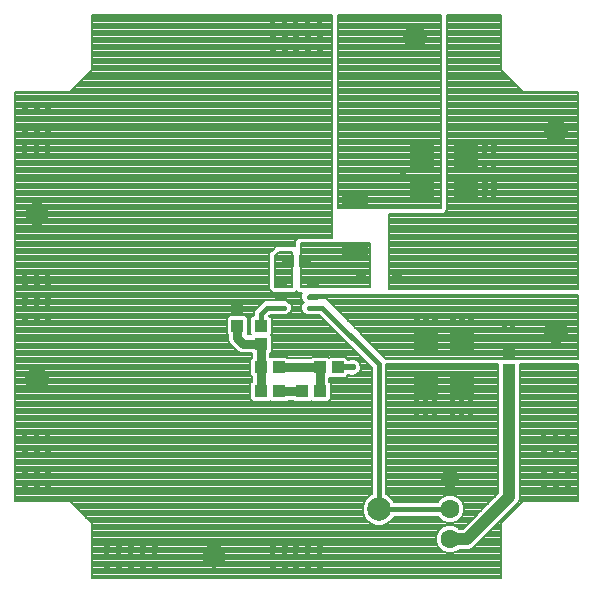
<source format=gtl>
G75*
G70*
%OFA0B0*%
%FSLAX24Y24*%
%IPPOS*%
%LPD*%
%AMOC8*
5,1,8,0,0,1.08239X$1,22.5*
%
%ADD10R,0.0394X0.0394*%
%ADD11R,0.0335X0.0472*%
%ADD12R,0.0866X0.0394*%
%ADD13R,0.0787X0.0787*%
%ADD14C,0.0787*%
%ADD15C,0.0630*%
%ADD16C,0.0177*%
%ADD17C,0.0079*%
%ADD18C,0.0236*%
%ADD19C,0.0315*%
%ADD20C,0.0197*%
%ADD21C,0.0394*%
D10*
X008661Y006693D03*
X009252Y006693D03*
X010039Y006693D03*
X010630Y006693D03*
X010630Y007480D03*
X011220Y007480D03*
X009252Y007480D03*
X008661Y007480D03*
X008661Y008268D03*
X008661Y008858D03*
X007874Y008858D03*
X007874Y009449D03*
X009547Y011024D03*
X010138Y011024D03*
X016929Y007972D03*
X016929Y007382D03*
D11*
X013199Y010531D03*
X011998Y010531D03*
D12*
X011811Y011358D03*
X011811Y013051D03*
D13*
X014035Y013386D03*
X014035Y014567D03*
X015492Y014567D03*
X015492Y013386D03*
X015354Y008406D03*
X014173Y008406D03*
X014173Y006949D03*
X015354Y006949D03*
D14*
X018504Y008661D03*
X012598Y002756D03*
X007087Y001181D03*
X001181Y007087D03*
X001181Y012598D03*
X013780Y018504D03*
X018504Y015354D03*
D15*
X014961Y003756D03*
X014961Y002756D03*
X014961Y001756D03*
D16*
X014961Y002756D02*
X012598Y002756D01*
X012598Y007579D01*
X010709Y009469D01*
X010374Y009469D01*
X010246Y009469D02*
X010502Y009469D01*
X010502Y009469D01*
X010246Y009469D01*
X010246Y009469D01*
X010246Y009843D02*
X010502Y009843D01*
X010502Y009843D01*
X010246Y009843D01*
X010246Y009843D01*
X010246Y010217D02*
X010502Y010217D01*
X010502Y010217D01*
X010246Y010217D01*
X010246Y010217D01*
X009439Y010217D02*
X009183Y010217D01*
X009183Y010217D01*
X009439Y010217D01*
X009439Y010217D01*
X009439Y009843D02*
X009183Y009843D01*
X009183Y009843D01*
X009439Y009843D01*
X009439Y009843D01*
X009439Y009469D02*
X009183Y009469D01*
X009183Y009469D01*
X009439Y009469D01*
X009439Y009469D01*
X009311Y009469D02*
X008859Y009469D01*
X008661Y009271D01*
X008661Y008858D01*
D17*
X012055Y002628D02*
X002690Y002628D01*
X002613Y002705D02*
X012047Y002705D01*
X012047Y002646D02*
X012047Y002866D01*
X012131Y003068D01*
X012286Y003223D01*
X012352Y003251D01*
X012352Y007477D01*
X010607Y009222D01*
X010551Y009222D01*
X010197Y009222D01*
X010107Y009260D01*
X010037Y009329D01*
X010000Y009420D01*
X010000Y009517D01*
X010037Y009608D01*
X010085Y009655D01*
X010037Y009703D01*
X010000Y009794D01*
X010000Y009891D01*
X010033Y009970D01*
X009899Y009970D01*
X009843Y010027D01*
X009786Y009970D01*
X009623Y009970D01*
X009052Y009970D01*
X008937Y010086D01*
X008937Y010249D01*
X008937Y010265D01*
X008937Y011282D01*
X009052Y011398D01*
X009052Y011398D01*
X009055Y011400D01*
X009055Y011400D01*
X009170Y011516D01*
X009783Y011516D01*
X009783Y011533D01*
X009783Y011696D01*
X009899Y011811D01*
X011024Y011811D01*
X011024Y012762D01*
X011024Y012877D01*
X011024Y019213D01*
X003031Y019213D01*
X003031Y017562D01*
X003031Y017399D01*
X002402Y016769D01*
X002286Y016654D01*
X000472Y016654D01*
X000472Y003031D01*
X002286Y003031D01*
X002402Y002916D01*
X003031Y002286D01*
X003031Y002123D01*
X003031Y000472D01*
X016654Y000472D01*
X016654Y002123D01*
X016654Y002286D01*
X017283Y002916D01*
X017399Y003031D01*
X019213Y003031D01*
X019213Y007579D01*
X017283Y007579D01*
X017283Y007120D01*
X017283Y003079D01*
X017229Y002949D01*
X017130Y002849D01*
X015736Y001456D01*
X015606Y001402D01*
X015465Y001402D01*
X015274Y001402D01*
X015228Y001355D01*
X015055Y001283D01*
X014867Y001283D01*
X014693Y001355D01*
X014560Y001488D01*
X014488Y001662D01*
X014488Y001850D01*
X014560Y002024D01*
X014693Y002156D01*
X014867Y002228D01*
X015055Y002228D01*
X015228Y002156D01*
X015274Y002110D01*
X015389Y002110D01*
X016575Y003296D01*
X016575Y007120D01*
X016575Y007579D01*
X012926Y007579D01*
X012844Y007579D01*
X012844Y003251D01*
X012911Y003223D01*
X013066Y003068D01*
X013093Y003002D01*
X014551Y003002D01*
X014560Y003024D01*
X014693Y003156D01*
X014867Y003228D01*
X015055Y003228D01*
X015228Y003156D01*
X015361Y003024D01*
X015433Y002850D01*
X015433Y002662D01*
X015361Y002488D01*
X015228Y002355D01*
X015055Y002283D01*
X014867Y002283D01*
X014693Y002355D01*
X014560Y002488D01*
X014551Y002510D01*
X013093Y002510D01*
X013066Y002444D01*
X012911Y002289D01*
X012708Y002205D01*
X012489Y002205D01*
X012286Y002289D01*
X012131Y002444D01*
X012047Y002646D01*
X012087Y002550D02*
X002767Y002550D01*
X002845Y002473D02*
X012119Y002473D01*
X012179Y002396D02*
X002922Y002396D01*
X002999Y002319D02*
X012256Y002319D01*
X012401Y002241D02*
X003031Y002241D01*
X003031Y002164D02*
X014711Y002164D01*
X014623Y002087D02*
X003031Y002087D01*
X003031Y002009D02*
X014554Y002009D01*
X014522Y001932D02*
X003031Y001932D01*
X003031Y001855D02*
X014490Y001855D01*
X014488Y001778D02*
X003031Y001778D01*
X003031Y001700D02*
X014488Y001700D01*
X014504Y001623D02*
X003031Y001623D01*
X003031Y001546D02*
X014536Y001546D01*
X014580Y001468D02*
X003031Y001468D01*
X003031Y001391D02*
X014657Y001391D01*
X014793Y001314D02*
X003031Y001314D01*
X003031Y001237D02*
X016654Y001237D01*
X016654Y001314D02*
X015128Y001314D01*
X015264Y001391D02*
X016654Y001391D01*
X016654Y001468D02*
X015749Y001468D01*
X015826Y001546D02*
X016654Y001546D01*
X016654Y001623D02*
X015904Y001623D01*
X015981Y001700D02*
X016654Y001700D01*
X016654Y001778D02*
X016058Y001778D01*
X016135Y001855D02*
X016654Y001855D01*
X016654Y001932D02*
X016213Y001932D01*
X016290Y002009D02*
X016654Y002009D01*
X016654Y002087D02*
X016367Y002087D01*
X016445Y002164D02*
X016654Y002164D01*
X016654Y002241D02*
X016522Y002241D01*
X016599Y002319D02*
X016686Y002319D01*
X016676Y002396D02*
X016763Y002396D01*
X016754Y002473D02*
X016840Y002473D01*
X016831Y002550D02*
X016918Y002550D01*
X016908Y002628D02*
X016995Y002628D01*
X016986Y002705D02*
X017072Y002705D01*
X017063Y002782D02*
X017149Y002782D01*
X017140Y002859D02*
X017227Y002859D01*
X017217Y002937D02*
X017304Y002937D01*
X017256Y003014D02*
X017381Y003014D01*
X017283Y003091D02*
X019213Y003091D01*
X019213Y003169D02*
X017283Y003169D01*
X017283Y003246D02*
X019213Y003246D01*
X019213Y003323D02*
X017283Y003323D01*
X017283Y003400D02*
X019213Y003400D01*
X019213Y003478D02*
X017283Y003478D01*
X017283Y003555D02*
X019213Y003555D01*
X019213Y003632D02*
X017283Y003632D01*
X017283Y003710D02*
X019213Y003710D01*
X019213Y003787D02*
X017283Y003787D01*
X017283Y003864D02*
X019213Y003864D01*
X019213Y003941D02*
X017283Y003941D01*
X017283Y004019D02*
X019213Y004019D01*
X019213Y004096D02*
X017283Y004096D01*
X017283Y004173D02*
X019213Y004173D01*
X019213Y004251D02*
X017283Y004251D01*
X017283Y004328D02*
X019213Y004328D01*
X019213Y004405D02*
X017283Y004405D01*
X017283Y004482D02*
X019213Y004482D01*
X019213Y004560D02*
X017283Y004560D01*
X017283Y004637D02*
X019213Y004637D01*
X019213Y004714D02*
X017283Y004714D01*
X017283Y004792D02*
X019213Y004792D01*
X019213Y004869D02*
X017283Y004869D01*
X017283Y004946D02*
X019213Y004946D01*
X019213Y005023D02*
X017283Y005023D01*
X017283Y005101D02*
X019213Y005101D01*
X019213Y005178D02*
X017283Y005178D01*
X017283Y005255D02*
X019213Y005255D01*
X019213Y005333D02*
X017283Y005333D01*
X017283Y005410D02*
X019213Y005410D01*
X019213Y005487D02*
X017283Y005487D01*
X017283Y005564D02*
X019213Y005564D01*
X019213Y005642D02*
X017283Y005642D01*
X017283Y005719D02*
X019213Y005719D01*
X019213Y005796D02*
X017283Y005796D01*
X017283Y005874D02*
X019213Y005874D01*
X019213Y005951D02*
X017283Y005951D01*
X017283Y006028D02*
X019213Y006028D01*
X019213Y006105D02*
X017283Y006105D01*
X017283Y006183D02*
X019213Y006183D01*
X019213Y006260D02*
X017283Y006260D01*
X017283Y006337D02*
X019213Y006337D01*
X019213Y006415D02*
X017283Y006415D01*
X017283Y006492D02*
X019213Y006492D01*
X019213Y006569D02*
X017283Y006569D01*
X017283Y006646D02*
X019213Y006646D01*
X019213Y006724D02*
X017283Y006724D01*
X017283Y006801D02*
X019213Y006801D01*
X019213Y006878D02*
X017283Y006878D01*
X017283Y006956D02*
X019213Y006956D01*
X019213Y007033D02*
X017283Y007033D01*
X017283Y007110D02*
X019213Y007110D01*
X019213Y007187D02*
X017283Y007187D01*
X017283Y007265D02*
X019213Y007265D01*
X019213Y007342D02*
X017283Y007342D01*
X017283Y007419D02*
X019213Y007419D01*
X019213Y007496D02*
X017283Y007496D01*
X017283Y007574D02*
X019213Y007574D01*
X019213Y007776D02*
X012844Y007776D01*
X010827Y009793D01*
X010256Y009793D01*
X010256Y009892D01*
X019213Y009892D01*
X019213Y007776D01*
X019213Y007806D02*
X012814Y007806D01*
X012737Y007883D02*
X019213Y007883D01*
X019213Y007960D02*
X012660Y007960D01*
X012583Y008037D02*
X019213Y008037D01*
X019213Y008115D02*
X012505Y008115D01*
X012428Y008192D02*
X019213Y008192D01*
X019213Y008269D02*
X012351Y008269D01*
X012273Y008347D02*
X019213Y008347D01*
X019213Y008424D02*
X012196Y008424D01*
X012119Y008501D02*
X019213Y008501D01*
X019213Y008578D02*
X012042Y008578D01*
X011964Y008656D02*
X019213Y008656D01*
X019213Y008733D02*
X011887Y008733D01*
X011810Y008810D02*
X019213Y008810D01*
X019213Y008888D02*
X011732Y008888D01*
X011655Y008965D02*
X019213Y008965D01*
X019213Y009042D02*
X011578Y009042D01*
X011501Y009119D02*
X019213Y009119D01*
X019213Y009197D02*
X011423Y009197D01*
X011346Y009274D02*
X019213Y009274D01*
X019213Y009351D02*
X011269Y009351D01*
X011191Y009429D02*
X019213Y009429D01*
X019213Y009506D02*
X011114Y009506D01*
X011037Y009583D02*
X019213Y009583D01*
X019213Y009660D02*
X010960Y009660D01*
X010882Y009738D02*
X019213Y009738D01*
X019213Y009815D02*
X010256Y009815D01*
X010080Y009660D02*
X009595Y009660D01*
X009578Y009677D02*
X009488Y009715D01*
X009134Y009715D01*
X008810Y009715D01*
X008720Y009677D01*
X008651Y009608D01*
X008453Y009410D01*
X008415Y009320D01*
X008415Y009222D01*
X008415Y009213D01*
X008399Y009213D01*
X008307Y009120D01*
X008307Y008596D01*
X008321Y008583D01*
X008215Y008583D01*
X008228Y008596D01*
X008228Y009120D01*
X008136Y009213D01*
X007612Y009213D01*
X007520Y009120D01*
X007520Y008596D01*
X007559Y008557D01*
X007559Y008402D01*
X007607Y008286D01*
X007696Y008198D01*
X007892Y008001D01*
X008008Y007953D01*
X008134Y007953D01*
X008346Y007953D01*
X008346Y007782D01*
X008307Y007742D01*
X008307Y007218D01*
X008346Y007179D01*
X008346Y006994D01*
X008307Y006955D01*
X008307Y006431D01*
X008399Y006339D01*
X008923Y006339D01*
X008957Y006372D01*
X008990Y006339D01*
X009514Y006339D01*
X009553Y006378D01*
X009738Y006378D01*
X009777Y006339D01*
X010301Y006339D01*
X010335Y006372D01*
X010368Y006339D01*
X010892Y006339D01*
X010984Y006431D01*
X010984Y006955D01*
X010945Y006994D01*
X010945Y007140D01*
X010958Y007126D01*
X011483Y007126D01*
X011575Y007218D01*
X011575Y007224D01*
X011610Y007224D01*
X011658Y007205D01*
X011767Y007205D01*
X011869Y007247D01*
X011946Y007324D01*
X011988Y007425D01*
X011988Y007535D01*
X011946Y007636D01*
X011869Y007714D01*
X011767Y007756D01*
X011658Y007756D01*
X011610Y007736D01*
X011575Y007736D01*
X011575Y007742D01*
X011483Y007835D01*
X010958Y007835D01*
X010925Y007801D01*
X010892Y007835D01*
X010368Y007835D01*
X010329Y007795D01*
X009553Y007795D01*
X009514Y007835D01*
X008990Y007835D01*
X008976Y007821D01*
X008976Y007966D01*
X009016Y008006D01*
X009016Y008530D01*
X008982Y008563D01*
X009016Y008596D01*
X009016Y009120D01*
X008937Y009199D01*
X008961Y009222D01*
X009134Y009222D01*
X009488Y009222D01*
X009578Y009260D01*
X009648Y009329D01*
X009685Y009420D01*
X009685Y009517D01*
X009648Y009608D01*
X009578Y009677D01*
X009658Y009583D02*
X010027Y009583D01*
X010000Y009506D02*
X009685Y009506D01*
X009685Y009429D02*
X010000Y009429D01*
X010028Y009351D02*
X009657Y009351D01*
X009592Y009274D02*
X010093Y009274D01*
X010632Y009197D02*
X008939Y009197D01*
X009016Y009119D02*
X010710Y009119D01*
X010787Y009042D02*
X009016Y009042D01*
X009016Y008965D02*
X010864Y008965D01*
X010942Y008888D02*
X009016Y008888D01*
X009016Y008810D02*
X011019Y008810D01*
X011096Y008733D02*
X009016Y008733D01*
X009016Y008656D02*
X011173Y008656D01*
X011251Y008578D02*
X008998Y008578D01*
X009016Y008501D02*
X011328Y008501D01*
X011405Y008424D02*
X009016Y008424D01*
X009016Y008347D02*
X011483Y008347D01*
X011560Y008269D02*
X009016Y008269D01*
X009016Y008192D02*
X011637Y008192D01*
X011714Y008115D02*
X009016Y008115D01*
X009016Y008037D02*
X011792Y008037D01*
X011869Y007960D02*
X008976Y007960D01*
X008976Y007883D02*
X011946Y007883D01*
X012024Y007806D02*
X011511Y007806D01*
X011834Y007728D02*
X012101Y007728D01*
X012178Y007651D02*
X011932Y007651D01*
X011972Y007574D02*
X012255Y007574D01*
X012333Y007496D02*
X011988Y007496D01*
X011986Y007419D02*
X012352Y007419D01*
X012352Y007342D02*
X011954Y007342D01*
X011887Y007265D02*
X012352Y007265D01*
X012352Y007187D02*
X011544Y007187D01*
X010945Y007110D02*
X012352Y007110D01*
X012352Y007033D02*
X010945Y007033D01*
X010984Y006956D02*
X012352Y006956D01*
X012352Y006878D02*
X010984Y006878D01*
X010984Y006801D02*
X012352Y006801D01*
X012352Y006724D02*
X010984Y006724D01*
X010984Y006646D02*
X012352Y006646D01*
X012352Y006569D02*
X010984Y006569D01*
X010984Y006492D02*
X012352Y006492D01*
X012352Y006415D02*
X010968Y006415D01*
X012352Y006337D02*
X000472Y006337D01*
X000472Y006260D02*
X012352Y006260D01*
X012352Y006183D02*
X000472Y006183D01*
X000472Y006105D02*
X012352Y006105D01*
X012352Y006028D02*
X000472Y006028D01*
X000472Y005951D02*
X012352Y005951D01*
X012352Y005874D02*
X000472Y005874D01*
X000472Y005796D02*
X012352Y005796D01*
X012352Y005719D02*
X000472Y005719D01*
X000472Y005642D02*
X012352Y005642D01*
X012352Y005564D02*
X000472Y005564D01*
X000472Y005487D02*
X012352Y005487D01*
X012352Y005410D02*
X000472Y005410D01*
X000472Y005333D02*
X012352Y005333D01*
X012352Y005255D02*
X000472Y005255D01*
X000472Y005178D02*
X012352Y005178D01*
X012352Y005101D02*
X000472Y005101D01*
X000472Y005023D02*
X012352Y005023D01*
X012352Y004946D02*
X000472Y004946D01*
X000472Y004869D02*
X012352Y004869D01*
X012352Y004792D02*
X000472Y004792D01*
X000472Y004714D02*
X012352Y004714D01*
X012352Y004637D02*
X000472Y004637D01*
X000472Y004560D02*
X012352Y004560D01*
X012352Y004482D02*
X000472Y004482D01*
X000472Y004405D02*
X012352Y004405D01*
X012352Y004328D02*
X000472Y004328D01*
X000472Y004251D02*
X012352Y004251D01*
X012352Y004173D02*
X000472Y004173D01*
X000472Y004096D02*
X012352Y004096D01*
X012352Y004019D02*
X000472Y004019D01*
X000472Y003941D02*
X012352Y003941D01*
X012352Y003864D02*
X000472Y003864D01*
X000472Y003787D02*
X012352Y003787D01*
X012352Y003710D02*
X000472Y003710D01*
X000472Y003632D02*
X012352Y003632D01*
X012352Y003555D02*
X000472Y003555D01*
X000472Y003478D02*
X012352Y003478D01*
X012352Y003400D02*
X000472Y003400D01*
X000472Y003323D02*
X012352Y003323D01*
X012341Y003246D02*
X000472Y003246D01*
X000472Y003169D02*
X012232Y003169D01*
X012154Y003091D02*
X000472Y003091D01*
X002304Y003014D02*
X012109Y003014D01*
X012077Y002937D02*
X002381Y002937D01*
X002458Y002859D02*
X012047Y002859D01*
X012047Y002782D02*
X002536Y002782D01*
X003031Y001159D02*
X016654Y001159D01*
X016654Y001082D02*
X003031Y001082D01*
X003031Y001005D02*
X016654Y001005D01*
X016654Y000927D02*
X003031Y000927D01*
X003031Y000850D02*
X016654Y000850D01*
X016654Y000773D02*
X003031Y000773D01*
X003031Y000696D02*
X016654Y000696D01*
X016654Y000618D02*
X003031Y000618D01*
X003031Y000541D02*
X016654Y000541D01*
X015442Y002164D02*
X015210Y002164D01*
X015139Y002319D02*
X015597Y002319D01*
X015674Y002396D02*
X015269Y002396D01*
X015346Y002473D02*
X015751Y002473D01*
X015829Y002550D02*
X015387Y002550D01*
X015419Y002628D02*
X015906Y002628D01*
X015983Y002705D02*
X015433Y002705D01*
X015433Y002782D02*
X016061Y002782D01*
X016138Y002859D02*
X015429Y002859D01*
X015397Y002937D02*
X016215Y002937D01*
X016292Y003014D02*
X015365Y003014D01*
X015293Y003091D02*
X016370Y003091D01*
X016447Y003169D02*
X015199Y003169D01*
X014723Y003169D02*
X012965Y003169D01*
X013042Y003091D02*
X014628Y003091D01*
X014556Y003014D02*
X013088Y003014D01*
X012856Y003246D02*
X016524Y003246D01*
X016575Y003323D02*
X012844Y003323D01*
X012844Y003400D02*
X016575Y003400D01*
X016575Y003478D02*
X012844Y003478D01*
X012844Y003555D02*
X016575Y003555D01*
X016575Y003632D02*
X012844Y003632D01*
X012844Y003710D02*
X016575Y003710D01*
X016575Y003787D02*
X012844Y003787D01*
X012844Y003864D02*
X016575Y003864D01*
X016575Y003941D02*
X012844Y003941D01*
X012844Y004019D02*
X016575Y004019D01*
X016575Y004096D02*
X012844Y004096D01*
X012844Y004173D02*
X016575Y004173D01*
X016575Y004251D02*
X012844Y004251D01*
X012844Y004328D02*
X016575Y004328D01*
X016575Y004405D02*
X012844Y004405D01*
X012844Y004482D02*
X016575Y004482D01*
X016575Y004560D02*
X012844Y004560D01*
X012844Y004637D02*
X016575Y004637D01*
X016575Y004714D02*
X012844Y004714D01*
X012844Y004792D02*
X016575Y004792D01*
X016575Y004869D02*
X012844Y004869D01*
X012844Y004946D02*
X016575Y004946D01*
X016575Y005023D02*
X012844Y005023D01*
X012844Y005101D02*
X016575Y005101D01*
X016575Y005178D02*
X012844Y005178D01*
X012844Y005255D02*
X016575Y005255D01*
X016575Y005333D02*
X012844Y005333D01*
X012844Y005410D02*
X016575Y005410D01*
X016575Y005487D02*
X012844Y005487D01*
X012844Y005564D02*
X016575Y005564D01*
X016575Y005642D02*
X012844Y005642D01*
X012844Y005719D02*
X016575Y005719D01*
X016575Y005796D02*
X012844Y005796D01*
X012844Y005874D02*
X016575Y005874D01*
X016575Y005951D02*
X012844Y005951D01*
X012844Y006028D02*
X016575Y006028D01*
X016575Y006105D02*
X012844Y006105D01*
X012844Y006183D02*
X016575Y006183D01*
X016575Y006260D02*
X012844Y006260D01*
X012844Y006337D02*
X016575Y006337D01*
X016575Y006415D02*
X012844Y006415D01*
X012844Y006492D02*
X016575Y006492D01*
X016575Y006569D02*
X012844Y006569D01*
X012844Y006646D02*
X016575Y006646D01*
X016575Y006724D02*
X012844Y006724D01*
X012844Y006801D02*
X016575Y006801D01*
X016575Y006878D02*
X012844Y006878D01*
X012844Y006956D02*
X016575Y006956D01*
X016575Y007033D02*
X012844Y007033D01*
X012844Y007110D02*
X016575Y007110D01*
X016575Y007187D02*
X012844Y007187D01*
X012844Y007265D02*
X016575Y007265D01*
X016575Y007342D02*
X012844Y007342D01*
X012844Y007419D02*
X016575Y007419D01*
X016575Y007496D02*
X012844Y007496D01*
X012844Y007574D02*
X016575Y007574D01*
X019213Y010089D02*
X012913Y010089D01*
X012913Y012598D01*
X014747Y012598D01*
X014862Y012714D01*
X014862Y012877D01*
X014862Y019213D01*
X016654Y019213D01*
X016654Y017562D01*
X016654Y017399D01*
X017283Y016769D01*
X017399Y016654D01*
X019213Y016654D01*
X019213Y010089D01*
X019213Y010124D02*
X012913Y010124D01*
X012913Y010201D02*
X019213Y010201D01*
X019213Y010279D02*
X012913Y010279D01*
X012913Y010356D02*
X019213Y010356D01*
X019213Y010433D02*
X012913Y010433D01*
X012913Y010511D02*
X019213Y010511D01*
X019213Y010588D02*
X012913Y010588D01*
X012913Y010665D02*
X019213Y010665D01*
X019213Y010742D02*
X012913Y010742D01*
X012913Y010820D02*
X019213Y010820D01*
X019213Y010897D02*
X012913Y010897D01*
X012913Y010974D02*
X019213Y010974D01*
X019213Y011052D02*
X012913Y011052D01*
X012913Y011129D02*
X019213Y011129D01*
X019213Y011206D02*
X012913Y011206D01*
X012913Y011283D02*
X019213Y011283D01*
X019213Y011361D02*
X012913Y011361D01*
X012913Y011438D02*
X019213Y011438D01*
X019213Y011515D02*
X012913Y011515D01*
X012913Y011593D02*
X019213Y011593D01*
X019213Y011670D02*
X012913Y011670D01*
X012913Y011747D02*
X019213Y011747D01*
X019213Y011824D02*
X012913Y011824D01*
X012913Y011902D02*
X019213Y011902D01*
X019213Y011979D02*
X012913Y011979D01*
X012913Y012056D02*
X019213Y012056D01*
X019213Y012134D02*
X012913Y012134D01*
X012913Y012211D02*
X019213Y012211D01*
X019213Y012288D02*
X012913Y012288D01*
X012913Y012365D02*
X019213Y012365D01*
X019213Y012443D02*
X012913Y012443D01*
X012913Y012520D02*
X019213Y012520D01*
X019213Y012597D02*
X012913Y012597D01*
X012303Y011614D02*
X012303Y010167D01*
X009980Y010167D01*
X009980Y011614D01*
X012303Y011614D01*
X012303Y011593D02*
X009980Y011593D01*
X009980Y011515D02*
X012303Y011515D01*
X012303Y011438D02*
X009980Y011438D01*
X009980Y011361D02*
X012303Y011361D01*
X012303Y011283D02*
X009980Y011283D01*
X009980Y011206D02*
X012303Y011206D01*
X012303Y011129D02*
X009980Y011129D01*
X009980Y011052D02*
X012303Y011052D01*
X012303Y010974D02*
X009980Y010974D01*
X009980Y010897D02*
X012303Y010897D01*
X012303Y010820D02*
X009980Y010820D01*
X009980Y010742D02*
X012303Y010742D01*
X012303Y010665D02*
X009980Y010665D01*
X009980Y010588D02*
X012303Y010588D01*
X012303Y010511D02*
X009980Y010511D01*
X009980Y010433D02*
X012303Y010433D01*
X012303Y010356D02*
X009980Y010356D01*
X009980Y010279D02*
X012303Y010279D01*
X012303Y010201D02*
X009980Y010201D01*
X010032Y009970D02*
X000472Y009970D01*
X000472Y010047D02*
X008976Y010047D01*
X008937Y010124D02*
X000472Y010124D01*
X000472Y010201D02*
X008937Y010201D01*
X008937Y010279D02*
X000472Y010279D01*
X000472Y010356D02*
X008937Y010356D01*
X008937Y010433D02*
X000472Y010433D01*
X000472Y010511D02*
X008937Y010511D01*
X008937Y010588D02*
X000472Y010588D01*
X000472Y010665D02*
X008937Y010665D01*
X008937Y010742D02*
X000472Y010742D01*
X000472Y010820D02*
X008937Y010820D01*
X008937Y010897D02*
X000472Y010897D01*
X000472Y010974D02*
X008937Y010974D01*
X008937Y011052D02*
X000472Y011052D01*
X000472Y011129D02*
X008937Y011129D01*
X008937Y011206D02*
X000472Y011206D01*
X000472Y011283D02*
X008938Y011283D01*
X009015Y011361D02*
X000472Y011361D01*
X000472Y011438D02*
X009093Y011438D01*
X009170Y011515D02*
X000472Y011515D01*
X000472Y011593D02*
X009783Y011593D01*
X009783Y011670D02*
X000472Y011670D01*
X000472Y011747D02*
X009835Y011747D01*
X009705Y011319D02*
X009252Y011319D01*
X009134Y011201D01*
X009134Y010167D01*
X009705Y010167D01*
X009705Y011319D01*
X009705Y011283D02*
X009216Y011283D01*
X009139Y011206D02*
X009705Y011206D01*
X009705Y011129D02*
X009134Y011129D01*
X009134Y011052D02*
X009705Y011052D01*
X009705Y010974D02*
X009134Y010974D01*
X009134Y010897D02*
X009705Y010897D01*
X009705Y010820D02*
X009134Y010820D01*
X009134Y010742D02*
X009705Y010742D01*
X009705Y010665D02*
X009134Y010665D01*
X009134Y010588D02*
X009705Y010588D01*
X009705Y010511D02*
X009134Y010511D01*
X009134Y010433D02*
X009705Y010433D01*
X009705Y010356D02*
X009134Y010356D01*
X009134Y010279D02*
X009705Y010279D01*
X009705Y010201D02*
X009134Y010201D01*
X008703Y009660D02*
X000472Y009660D01*
X000472Y009583D02*
X008626Y009583D01*
X008549Y009506D02*
X000472Y009506D01*
X000472Y009429D02*
X008471Y009429D01*
X008428Y009351D02*
X000472Y009351D01*
X000472Y009274D02*
X008415Y009274D01*
X008384Y009197D02*
X008152Y009197D01*
X008228Y009119D02*
X008307Y009119D01*
X008307Y009042D02*
X008228Y009042D01*
X008228Y008965D02*
X008307Y008965D01*
X008307Y008888D02*
X008228Y008888D01*
X008228Y008810D02*
X008307Y008810D01*
X008307Y008733D02*
X008228Y008733D01*
X008228Y008656D02*
X008307Y008656D01*
X007778Y008115D02*
X000472Y008115D01*
X000472Y008192D02*
X007701Y008192D01*
X007624Y008269D02*
X000472Y008269D01*
X000472Y008347D02*
X007582Y008347D01*
X007559Y008424D02*
X000472Y008424D01*
X000472Y008501D02*
X007559Y008501D01*
X007537Y008578D02*
X000472Y008578D01*
X000472Y008656D02*
X007520Y008656D01*
X007520Y008733D02*
X000472Y008733D01*
X000472Y008810D02*
X007520Y008810D01*
X007520Y008888D02*
X000472Y008888D01*
X000472Y008965D02*
X007520Y008965D01*
X007520Y009042D02*
X000472Y009042D01*
X000472Y009119D02*
X007520Y009119D01*
X007596Y009197D02*
X000472Y009197D01*
X000472Y009738D02*
X010023Y009738D01*
X010000Y009815D02*
X000472Y009815D01*
X000472Y009892D02*
X010000Y009892D01*
X011024Y011824D02*
X000472Y011824D01*
X000472Y011902D02*
X011024Y011902D01*
X011024Y011979D02*
X000472Y011979D01*
X000472Y012056D02*
X011024Y012056D01*
X011024Y012134D02*
X000472Y012134D01*
X000472Y012211D02*
X011024Y012211D01*
X011024Y012288D02*
X000472Y012288D01*
X000472Y012365D02*
X011024Y012365D01*
X011024Y012443D02*
X000472Y012443D01*
X000472Y012520D02*
X011024Y012520D01*
X011024Y012597D02*
X000472Y012597D01*
X000472Y012674D02*
X011024Y012674D01*
X011024Y012752D02*
X000472Y012752D01*
X000472Y012829D02*
X011024Y012829D01*
X011024Y012906D02*
X000472Y012906D01*
X000472Y012984D02*
X011024Y012984D01*
X011024Y013061D02*
X000472Y013061D01*
X000472Y013138D02*
X011024Y013138D01*
X011024Y013215D02*
X000472Y013215D01*
X000472Y013293D02*
X011024Y013293D01*
X011024Y013370D02*
X000472Y013370D01*
X000472Y013447D02*
X011024Y013447D01*
X011024Y013525D02*
X000472Y013525D01*
X000472Y013602D02*
X011024Y013602D01*
X011024Y013679D02*
X000472Y013679D01*
X000472Y013756D02*
X011024Y013756D01*
X011024Y013834D02*
X000472Y013834D01*
X000472Y013911D02*
X011024Y013911D01*
X011024Y013988D02*
X000472Y013988D01*
X000472Y014066D02*
X011024Y014066D01*
X011024Y014143D02*
X000472Y014143D01*
X000472Y014220D02*
X011024Y014220D01*
X011024Y014297D02*
X000472Y014297D01*
X000472Y014375D02*
X011024Y014375D01*
X011024Y014452D02*
X000472Y014452D01*
X000472Y014529D02*
X011024Y014529D01*
X011024Y014607D02*
X000472Y014607D01*
X000472Y014684D02*
X011024Y014684D01*
X011024Y014761D02*
X000472Y014761D01*
X000472Y014838D02*
X011024Y014838D01*
X011024Y014916D02*
X000472Y014916D01*
X000472Y014993D02*
X011024Y014993D01*
X011024Y015070D02*
X000472Y015070D01*
X000472Y015148D02*
X011024Y015148D01*
X011024Y015225D02*
X000472Y015225D01*
X000472Y015302D02*
X011024Y015302D01*
X011024Y015379D02*
X000472Y015379D01*
X000472Y015457D02*
X011024Y015457D01*
X011024Y015534D02*
X000472Y015534D01*
X000472Y015611D02*
X011024Y015611D01*
X011024Y015689D02*
X000472Y015689D01*
X000472Y015766D02*
X011024Y015766D01*
X011024Y015843D02*
X000472Y015843D01*
X000472Y015920D02*
X011024Y015920D01*
X011024Y015998D02*
X000472Y015998D01*
X000472Y016075D02*
X011024Y016075D01*
X011024Y016152D02*
X000472Y016152D01*
X000472Y016230D02*
X011024Y016230D01*
X011024Y016307D02*
X000472Y016307D01*
X000472Y016384D02*
X011024Y016384D01*
X011024Y016461D02*
X000472Y016461D01*
X000472Y016539D02*
X011024Y016539D01*
X011024Y016616D02*
X000472Y016616D01*
X002326Y016693D02*
X011024Y016693D01*
X011024Y016771D02*
X002403Y016771D01*
X002481Y016848D02*
X011024Y016848D01*
X011024Y016925D02*
X002558Y016925D01*
X002635Y017002D02*
X011024Y017002D01*
X011024Y017080D02*
X002712Y017080D01*
X002790Y017157D02*
X011024Y017157D01*
X011024Y017234D02*
X002867Y017234D01*
X002944Y017311D02*
X011024Y017311D01*
X011024Y017389D02*
X003021Y017389D01*
X003031Y017466D02*
X011024Y017466D01*
X011024Y017543D02*
X003031Y017543D01*
X003031Y017621D02*
X011024Y017621D01*
X011024Y017698D02*
X003031Y017698D01*
X003031Y017775D02*
X011024Y017775D01*
X011024Y017852D02*
X003031Y017852D01*
X003031Y017930D02*
X011024Y017930D01*
X011024Y018007D02*
X003031Y018007D01*
X003031Y018084D02*
X011024Y018084D01*
X011024Y018162D02*
X003031Y018162D01*
X003031Y018239D02*
X011024Y018239D01*
X011024Y018316D02*
X003031Y018316D01*
X003031Y018393D02*
X011024Y018393D01*
X011024Y018471D02*
X003031Y018471D01*
X003031Y018548D02*
X011024Y018548D01*
X011024Y018625D02*
X003031Y018625D01*
X003031Y018703D02*
X011024Y018703D01*
X011024Y018780D02*
X003031Y018780D01*
X003031Y018857D02*
X011024Y018857D01*
X011024Y018934D02*
X003031Y018934D01*
X003031Y019012D02*
X011024Y019012D01*
X011024Y019089D02*
X003031Y019089D01*
X003031Y019166D02*
X011024Y019166D01*
X011220Y019166D02*
X014665Y019166D01*
X014665Y019213D02*
X014665Y012795D01*
X011220Y012795D01*
X011220Y019213D01*
X014665Y019213D01*
X014665Y019089D02*
X011220Y019089D01*
X011220Y019012D02*
X014665Y019012D01*
X014665Y018934D02*
X011220Y018934D01*
X011220Y018857D02*
X014665Y018857D01*
X014665Y018780D02*
X011220Y018780D01*
X011220Y018703D02*
X014665Y018703D01*
X014665Y018625D02*
X011220Y018625D01*
X011220Y018548D02*
X014665Y018548D01*
X014665Y018471D02*
X011220Y018471D01*
X011220Y018393D02*
X014665Y018393D01*
X014665Y018316D02*
X011220Y018316D01*
X011220Y018239D02*
X014665Y018239D01*
X014665Y018162D02*
X011220Y018162D01*
X011220Y018084D02*
X014665Y018084D01*
X014665Y018007D02*
X011220Y018007D01*
X011220Y017930D02*
X014665Y017930D01*
X014665Y017852D02*
X011220Y017852D01*
X011220Y017775D02*
X014665Y017775D01*
X014665Y017698D02*
X011220Y017698D01*
X011220Y017621D02*
X014665Y017621D01*
X014665Y017543D02*
X011220Y017543D01*
X011220Y017466D02*
X014665Y017466D01*
X014665Y017389D02*
X011220Y017389D01*
X011220Y017311D02*
X014665Y017311D01*
X014665Y017234D02*
X011220Y017234D01*
X011220Y017157D02*
X014665Y017157D01*
X014665Y017080D02*
X011220Y017080D01*
X011220Y017002D02*
X014665Y017002D01*
X014665Y016925D02*
X011220Y016925D01*
X011220Y016848D02*
X014665Y016848D01*
X014665Y016771D02*
X011220Y016771D01*
X011220Y016693D02*
X014665Y016693D01*
X014665Y016616D02*
X011220Y016616D01*
X011220Y016539D02*
X014665Y016539D01*
X014665Y016461D02*
X011220Y016461D01*
X011220Y016384D02*
X014665Y016384D01*
X014665Y016307D02*
X011220Y016307D01*
X011220Y016230D02*
X014665Y016230D01*
X014665Y016152D02*
X011220Y016152D01*
X011220Y016075D02*
X014665Y016075D01*
X014665Y015998D02*
X011220Y015998D01*
X011220Y015920D02*
X014665Y015920D01*
X014665Y015843D02*
X011220Y015843D01*
X011220Y015766D02*
X014665Y015766D01*
X014665Y015689D02*
X011220Y015689D01*
X011220Y015611D02*
X014665Y015611D01*
X014665Y015534D02*
X011220Y015534D01*
X011220Y015457D02*
X014665Y015457D01*
X014665Y015379D02*
X011220Y015379D01*
X011220Y015302D02*
X014665Y015302D01*
X014665Y015225D02*
X011220Y015225D01*
X011220Y015148D02*
X014665Y015148D01*
X014665Y015070D02*
X011220Y015070D01*
X011220Y014993D02*
X014665Y014993D01*
X014665Y014916D02*
X011220Y014916D01*
X011220Y014838D02*
X014665Y014838D01*
X014665Y014761D02*
X011220Y014761D01*
X011220Y014684D02*
X014665Y014684D01*
X014665Y014607D02*
X011220Y014607D01*
X011220Y014529D02*
X014665Y014529D01*
X014665Y014452D02*
X011220Y014452D01*
X011220Y014375D02*
X014665Y014375D01*
X014665Y014297D02*
X011220Y014297D01*
X011220Y014220D02*
X014665Y014220D01*
X014665Y014143D02*
X011220Y014143D01*
X011220Y014066D02*
X014665Y014066D01*
X014665Y013988D02*
X011220Y013988D01*
X011220Y013911D02*
X014665Y013911D01*
X014665Y013834D02*
X011220Y013834D01*
X011220Y013756D02*
X014665Y013756D01*
X014665Y013679D02*
X011220Y013679D01*
X011220Y013602D02*
X014665Y013602D01*
X014665Y013525D02*
X011220Y013525D01*
X011220Y013447D02*
X014665Y013447D01*
X014665Y013370D02*
X011220Y013370D01*
X011220Y013293D02*
X014665Y013293D01*
X014665Y013215D02*
X011220Y013215D01*
X011220Y013138D02*
X014665Y013138D01*
X014665Y013061D02*
X011220Y013061D01*
X011220Y012984D02*
X014665Y012984D01*
X014665Y012906D02*
X011220Y012906D01*
X011220Y012829D02*
X014665Y012829D01*
X014862Y012829D02*
X019213Y012829D01*
X019213Y012752D02*
X014862Y012752D01*
X014823Y012674D02*
X019213Y012674D01*
X019213Y012906D02*
X014862Y012906D01*
X014862Y012984D02*
X019213Y012984D01*
X019213Y013061D02*
X014862Y013061D01*
X014862Y013138D02*
X019213Y013138D01*
X019213Y013215D02*
X014862Y013215D01*
X014862Y013293D02*
X019213Y013293D01*
X019213Y013370D02*
X014862Y013370D01*
X014862Y013447D02*
X019213Y013447D01*
X019213Y013525D02*
X014862Y013525D01*
X014862Y013602D02*
X019213Y013602D01*
X019213Y013679D02*
X014862Y013679D01*
X014862Y013756D02*
X019213Y013756D01*
X019213Y013834D02*
X014862Y013834D01*
X014862Y013911D02*
X019213Y013911D01*
X019213Y013988D02*
X014862Y013988D01*
X014862Y014066D02*
X019213Y014066D01*
X019213Y014143D02*
X014862Y014143D01*
X014862Y014220D02*
X019213Y014220D01*
X019213Y014297D02*
X014862Y014297D01*
X014862Y014375D02*
X019213Y014375D01*
X019213Y014452D02*
X014862Y014452D01*
X014862Y014529D02*
X019213Y014529D01*
X019213Y014607D02*
X014862Y014607D01*
X014862Y014684D02*
X019213Y014684D01*
X019213Y014761D02*
X014862Y014761D01*
X014862Y014838D02*
X019213Y014838D01*
X019213Y014916D02*
X014862Y014916D01*
X014862Y014993D02*
X019213Y014993D01*
X019213Y015070D02*
X014862Y015070D01*
X014862Y015148D02*
X019213Y015148D01*
X019213Y015225D02*
X014862Y015225D01*
X014862Y015302D02*
X019213Y015302D01*
X019213Y015379D02*
X014862Y015379D01*
X014862Y015457D02*
X019213Y015457D01*
X019213Y015534D02*
X014862Y015534D01*
X014862Y015611D02*
X019213Y015611D01*
X019213Y015689D02*
X014862Y015689D01*
X014862Y015766D02*
X019213Y015766D01*
X019213Y015843D02*
X014862Y015843D01*
X014862Y015920D02*
X019213Y015920D01*
X019213Y015998D02*
X014862Y015998D01*
X014862Y016075D02*
X019213Y016075D01*
X019213Y016152D02*
X014862Y016152D01*
X014862Y016230D02*
X019213Y016230D01*
X019213Y016307D02*
X014862Y016307D01*
X014862Y016384D02*
X019213Y016384D01*
X019213Y016461D02*
X014862Y016461D01*
X014862Y016539D02*
X019213Y016539D01*
X019213Y016616D02*
X014862Y016616D01*
X014862Y016693D02*
X017359Y016693D01*
X017282Y016771D02*
X014862Y016771D01*
X014862Y016848D02*
X017204Y016848D01*
X017127Y016925D02*
X014862Y016925D01*
X014862Y017002D02*
X017050Y017002D01*
X016973Y017080D02*
X014862Y017080D01*
X014862Y017157D02*
X016895Y017157D01*
X016818Y017234D02*
X014862Y017234D01*
X014862Y017311D02*
X016741Y017311D01*
X016664Y017389D02*
X014862Y017389D01*
X014862Y017466D02*
X016654Y017466D01*
X016654Y017543D02*
X014862Y017543D01*
X014862Y017621D02*
X016654Y017621D01*
X016654Y017698D02*
X014862Y017698D01*
X014862Y017775D02*
X016654Y017775D01*
X016654Y017852D02*
X014862Y017852D01*
X014862Y017930D02*
X016654Y017930D01*
X016654Y018007D02*
X014862Y018007D01*
X014862Y018084D02*
X016654Y018084D01*
X016654Y018162D02*
X014862Y018162D01*
X014862Y018239D02*
X016654Y018239D01*
X016654Y018316D02*
X014862Y018316D01*
X014862Y018393D02*
X016654Y018393D01*
X016654Y018471D02*
X014862Y018471D01*
X014862Y018548D02*
X016654Y018548D01*
X016654Y018625D02*
X014862Y018625D01*
X014862Y018703D02*
X016654Y018703D01*
X016654Y018780D02*
X014862Y018780D01*
X014862Y018857D02*
X016654Y018857D01*
X016654Y018934D02*
X014862Y018934D01*
X014862Y019012D02*
X016654Y019012D01*
X016654Y019089D02*
X014862Y019089D01*
X014862Y019166D02*
X016654Y019166D01*
X008346Y007883D02*
X000472Y007883D01*
X000472Y007960D02*
X007990Y007960D01*
X007856Y008037D02*
X000472Y008037D01*
X000472Y007806D02*
X008346Y007806D01*
X008307Y007728D02*
X000472Y007728D01*
X000472Y007651D02*
X008307Y007651D01*
X008307Y007574D02*
X000472Y007574D01*
X000472Y007496D02*
X008307Y007496D01*
X008307Y007419D02*
X000472Y007419D01*
X000472Y007342D02*
X008307Y007342D01*
X008307Y007265D02*
X000472Y007265D01*
X000472Y007187D02*
X008338Y007187D01*
X008346Y007110D02*
X000472Y007110D01*
X000472Y007033D02*
X008346Y007033D01*
X008308Y006956D02*
X000472Y006956D01*
X000472Y006878D02*
X008307Y006878D01*
X008307Y006801D02*
X000472Y006801D01*
X000472Y006724D02*
X008307Y006724D01*
X008307Y006646D02*
X000472Y006646D01*
X000472Y006569D02*
X008307Y006569D01*
X008307Y006492D02*
X000472Y006492D01*
X000472Y006415D02*
X008323Y006415D01*
X009543Y007806D02*
X010339Y007806D01*
X010921Y007806D02*
X010929Y007806D01*
X013078Y002473D02*
X014575Y002473D01*
X014653Y002396D02*
X013018Y002396D01*
X012941Y002319D02*
X014782Y002319D01*
X015520Y002241D02*
X012796Y002241D01*
D18*
X010630Y001575D03*
X010236Y001575D03*
X009843Y001575D03*
X009843Y001181D03*
X010236Y001181D03*
X010630Y001181D03*
X010630Y000787D03*
X010236Y000787D03*
X009843Y000787D03*
X009449Y000787D03*
X009055Y000787D03*
X009055Y001181D03*
X009055Y001575D03*
X009449Y001575D03*
X009449Y001181D03*
X005118Y001181D03*
X004724Y001181D03*
X004724Y001575D03*
X005118Y001575D03*
X004331Y001575D03*
X004331Y001181D03*
X003937Y001181D03*
X003937Y001575D03*
X003543Y001575D03*
X003543Y001181D03*
X003543Y000787D03*
X003937Y000787D03*
X004331Y000787D03*
X004724Y000787D03*
X005118Y000787D03*
X001575Y003543D03*
X001181Y003543D03*
X000787Y003543D03*
X000787Y003937D03*
X001181Y003937D03*
X001575Y003937D03*
X001575Y004331D03*
X001575Y004724D03*
X001181Y004724D03*
X001181Y004331D03*
X000787Y004331D03*
X000787Y004724D03*
X000787Y005118D03*
X001181Y005118D03*
X001575Y005118D03*
X001575Y009055D03*
X001181Y009055D03*
X000787Y009055D03*
X000787Y009449D03*
X000787Y009843D03*
X000787Y010236D03*
X001181Y010236D03*
X001181Y009843D03*
X001575Y009843D03*
X001575Y010236D03*
X001575Y010630D03*
X001181Y010630D03*
X000787Y010630D03*
X001181Y009449D03*
X001575Y009449D03*
X001575Y014567D03*
X001181Y014567D03*
X000787Y014567D03*
X000787Y014961D03*
X000787Y015354D03*
X001181Y015354D03*
X001181Y014961D03*
X001575Y014961D03*
X001575Y015354D03*
X001575Y015748D03*
X001575Y016142D03*
X001181Y016142D03*
X000787Y016142D03*
X000787Y015748D03*
X001181Y015748D03*
X009055Y018110D03*
X009449Y018110D03*
X009449Y018504D03*
X009055Y018504D03*
X009055Y018898D03*
X009449Y018898D03*
X009843Y018898D03*
X010236Y018898D03*
X010630Y018898D03*
X010630Y018504D03*
X010630Y018110D03*
X010236Y018110D03*
X009843Y018110D03*
X009843Y018504D03*
X010236Y018504D03*
X013386Y013976D03*
X016142Y013681D03*
X016437Y013681D03*
X016437Y013386D03*
X016142Y013386D03*
X016142Y013091D03*
X016437Y013091D03*
X016437Y014272D03*
X016437Y014567D03*
X016142Y014567D03*
X016142Y014272D03*
X016142Y014862D03*
X016437Y014862D03*
X015650Y009055D03*
X015354Y009055D03*
X015059Y009055D03*
X014469Y009055D03*
X014173Y009055D03*
X013878Y009055D03*
X011713Y007480D03*
X013878Y006299D03*
X013878Y006004D03*
X014173Y006004D03*
X014173Y006299D03*
X014469Y006299D03*
X014469Y006004D03*
X015059Y006004D03*
X015059Y006299D03*
X015354Y006299D03*
X015354Y006004D03*
X015650Y006004D03*
X015650Y006299D03*
X016781Y008465D03*
X016781Y008760D03*
X017077Y008760D03*
X017077Y008465D03*
X018110Y005118D03*
X018504Y005118D03*
X018504Y004724D03*
X018504Y004331D03*
X018110Y004331D03*
X018110Y004724D03*
X018110Y003937D03*
X018110Y003543D03*
X018504Y003543D03*
X018504Y003937D03*
X018898Y003937D03*
X018898Y003543D03*
X018898Y004331D03*
X018898Y004724D03*
X018898Y005118D03*
D19*
X010630Y006693D02*
X010630Y007480D01*
X009252Y007480D01*
X008661Y007480D02*
X008661Y006693D01*
X009252Y006693D02*
X010039Y006693D01*
X008661Y007480D02*
X008661Y008268D01*
X008071Y008268D01*
X007874Y008465D01*
X007874Y008858D01*
D20*
X011220Y007480D02*
X011713Y007480D01*
D21*
X016929Y007382D02*
X016929Y003150D01*
X015535Y001756D01*
X014961Y001756D01*
M02*

</source>
